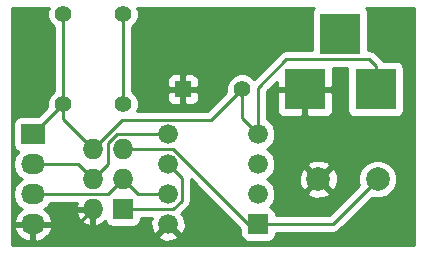
<source format=gbl>
G04 #@! TF.FileFunction,Copper,L2,Bot,Signal*
%FSLAX46Y46*%
G04 Gerber Fmt 4.6, Leading zero omitted, Abs format (unit mm)*
G04 Created by KiCad (PCBNEW 4.0.1-stable) date Fri 05 Feb 2016 01:07:36 AM PST*
%MOMM*%
G01*
G04 APERTURE LIST*
%ADD10C,0.100000*%
%ADD11R,1.400000X1.400000*%
%ADD12C,1.400000*%
%ADD13R,1.676400X1.676400*%
%ADD14C,1.676400*%
%ADD15R,2.032000X1.727200*%
%ADD16O,2.032000X1.727200*%
%ADD17R,1.727200X1.727200*%
%ADD18O,1.727200X1.727200*%
%ADD19C,1.998980*%
%ADD20C,1.397000*%
%ADD21R,3.500120X3.500120*%
%ADD22C,0.250000*%
%ADD23C,0.254000*%
G04 APERTURE END LIST*
D10*
D11*
X151130000Y-100330000D03*
D12*
X156130000Y-100330000D03*
D13*
X157480000Y-111760000D03*
D14*
X157480000Y-109220000D03*
X157480000Y-106680000D03*
X157480000Y-104140000D03*
X149860000Y-104140000D03*
X149860000Y-106680000D03*
X149860000Y-109220000D03*
X149860000Y-111760000D03*
D15*
X138430000Y-104140000D03*
D16*
X138430000Y-106680000D03*
X138430000Y-109220000D03*
X138430000Y-111760000D03*
D17*
X146050000Y-110490000D03*
D18*
X143510000Y-110490000D03*
X146050000Y-107950000D03*
X143510000Y-107950000D03*
X146050000Y-105410000D03*
X143510000Y-105410000D03*
D19*
X162600640Y-107950000D03*
X167601900Y-107950000D03*
D20*
X146050000Y-101600000D03*
X140970000Y-101600000D03*
X146050000Y-93980000D03*
X140970000Y-93980000D03*
D21*
X161439860Y-100330000D03*
X167439340Y-100330000D03*
X164439600Y-95631000D03*
D22*
X138430000Y-111760000D02*
X142240000Y-111760000D01*
X142240000Y-111760000D02*
X143510000Y-110490000D01*
X157480000Y-104140000D02*
X157480000Y-100204738D01*
X157480000Y-100204738D02*
X159894738Y-97790000D01*
X159894738Y-97790000D02*
X166899400Y-97790000D01*
X166899400Y-97790000D02*
X167439340Y-98329940D01*
X167439340Y-98329940D02*
X167439340Y-100330000D01*
X156130000Y-100330000D02*
X156130000Y-102790000D01*
X156130000Y-102790000D02*
X157480000Y-104140000D01*
X143510000Y-105410000D02*
X145943201Y-102976799D01*
X145943201Y-102976799D02*
X153483201Y-102976799D01*
X153483201Y-102976799D02*
X155430001Y-101029999D01*
X155430001Y-101029999D02*
X156130000Y-100330000D01*
X140970000Y-101600000D02*
X140970000Y-102870000D01*
X140970000Y-102870000D02*
X143510000Y-105410000D01*
X140970000Y-101600000D02*
X140970000Y-93980000D01*
X138430000Y-104140000D02*
X140970000Y-101600000D01*
X167601900Y-107950000D02*
X163791900Y-111760000D01*
X163791900Y-111760000D02*
X157480000Y-111760000D01*
X146050000Y-93980000D02*
X146050000Y-101600000D01*
X146050000Y-105410000D02*
X150311538Y-105410000D01*
X156661538Y-111760000D02*
X157480000Y-111760000D01*
X150311538Y-105410000D02*
X156661538Y-111760000D01*
X143510000Y-107950000D02*
X144780000Y-106680000D01*
X144780000Y-106680000D02*
X144780000Y-104920870D01*
X145560870Y-104140000D02*
X148674607Y-104140000D01*
X144780000Y-104920870D02*
X145560870Y-104140000D01*
X148674607Y-104140000D02*
X149860000Y-104140000D01*
X138430000Y-106680000D02*
X142240000Y-106680000D01*
X142240000Y-106680000D02*
X143510000Y-107950000D01*
X146050000Y-110490000D02*
X150311538Y-110490000D01*
X150311538Y-110490000D02*
X151023201Y-109778337D01*
X151023201Y-109778337D02*
X151023201Y-107843201D01*
X151023201Y-107843201D02*
X150698199Y-107518199D01*
X150698199Y-107518199D02*
X149860000Y-106680000D01*
X149860000Y-109220000D02*
X147320000Y-109220000D01*
X147320000Y-109220000D02*
X146050000Y-107950000D01*
X138430000Y-109220000D02*
X144780000Y-109220000D01*
X144780000Y-109220000D02*
X146050000Y-107950000D01*
D23*
G36*
X139636732Y-93713587D02*
X139636269Y-94244086D01*
X139838854Y-94734380D01*
X140210000Y-95106174D01*
X140210000Y-100474464D01*
X139840173Y-100843647D01*
X139636732Y-101333587D01*
X139636274Y-101858924D01*
X138866238Y-102628960D01*
X137414000Y-102628960D01*
X137178683Y-102673238D01*
X136962559Y-102812310D01*
X136817569Y-103024510D01*
X136766560Y-103276400D01*
X136766560Y-105003600D01*
X136810838Y-105238917D01*
X136949910Y-105455041D01*
X137162110Y-105600031D01*
X137203439Y-105608400D01*
X137185585Y-105620330D01*
X136860729Y-106106511D01*
X136746655Y-106680000D01*
X136860729Y-107253489D01*
X137185585Y-107739670D01*
X137500366Y-107950000D01*
X137185585Y-108160330D01*
X136860729Y-108646511D01*
X136746655Y-109220000D01*
X136860729Y-109793489D01*
X137185585Y-110279670D01*
X137495069Y-110486461D01*
X137079268Y-110857964D01*
X136825291Y-111385209D01*
X136822642Y-111400974D01*
X136943783Y-111633000D01*
X138303000Y-111633000D01*
X138303000Y-111613000D01*
X138557000Y-111613000D01*
X138557000Y-111633000D01*
X139916217Y-111633000D01*
X140037358Y-111400974D01*
X140034709Y-111385209D01*
X139780732Y-110857964D01*
X139770729Y-110849026D01*
X142055042Y-110849026D01*
X142227312Y-111264947D01*
X142621510Y-111696821D01*
X143150973Y-111944968D01*
X143383000Y-111824469D01*
X143383000Y-110617000D01*
X142176183Y-110617000D01*
X142055042Y-110849026D01*
X139770729Y-110849026D01*
X139364931Y-110486461D01*
X139674415Y-110279670D01*
X139874648Y-109980000D01*
X142117574Y-109980000D01*
X142055042Y-110130974D01*
X142176183Y-110363000D01*
X143383000Y-110363000D01*
X143383000Y-110343000D01*
X143637000Y-110343000D01*
X143637000Y-110363000D01*
X143657000Y-110363000D01*
X143657000Y-110617000D01*
X143637000Y-110617000D01*
X143637000Y-111824469D01*
X143869027Y-111944968D01*
X144398490Y-111696821D01*
X144568495Y-111510567D01*
X144583238Y-111588917D01*
X144722310Y-111805041D01*
X144934510Y-111950031D01*
X145186400Y-112001040D01*
X146913600Y-112001040D01*
X147148917Y-111956762D01*
X147365041Y-111817690D01*
X147510031Y-111605490D01*
X147561040Y-111353600D01*
X147561040Y-111250000D01*
X148477864Y-111250000D01*
X148375023Y-111534097D01*
X148401611Y-112119569D01*
X148574510Y-112536983D01*
X148824587Y-112615808D01*
X149680395Y-111760000D01*
X149666253Y-111745858D01*
X149845858Y-111566253D01*
X149860000Y-111580395D01*
X149874143Y-111566253D01*
X150053748Y-111745858D01*
X150039605Y-111760000D01*
X150895413Y-112615808D01*
X151145490Y-112536983D01*
X151344977Y-111985903D01*
X151318389Y-111400431D01*
X151145490Y-110983017D01*
X150953758Y-110922582D01*
X151560602Y-110315738D01*
X151725349Y-110069177D01*
X151754595Y-109922148D01*
X151783201Y-109778337D01*
X151783201Y-107956465D01*
X155994360Y-112167624D01*
X155994360Y-112598200D01*
X156038638Y-112833517D01*
X156177710Y-113049641D01*
X156389910Y-113194631D01*
X156641800Y-113245640D01*
X158318200Y-113245640D01*
X158553517Y-113201362D01*
X158769641Y-113062290D01*
X158914631Y-112850090D01*
X158965640Y-112598200D01*
X158965640Y-112520000D01*
X163791900Y-112520000D01*
X164082739Y-112462148D01*
X164329301Y-112297401D01*
X167110817Y-109515885D01*
X167275353Y-109584206D01*
X167925594Y-109584774D01*
X168526555Y-109336462D01*
X168986746Y-108877073D01*
X169236106Y-108276547D01*
X169236674Y-107626306D01*
X168988362Y-107025345D01*
X168528973Y-106565154D01*
X167928447Y-106315794D01*
X167278206Y-106315226D01*
X166677245Y-106563538D01*
X166217054Y-107022927D01*
X165967694Y-107623453D01*
X165967126Y-108273694D01*
X166036209Y-108440889D01*
X163477098Y-111000000D01*
X158965640Y-111000000D01*
X158965640Y-110921800D01*
X158921362Y-110686483D01*
X158782290Y-110470359D01*
X158570090Y-110325369D01*
X158476855Y-110306488D01*
X158728190Y-110055591D01*
X158952944Y-109514323D01*
X158953303Y-109102163D01*
X161628083Y-109102163D01*
X161726682Y-109368965D01*
X162336222Y-109595401D01*
X162986017Y-109571341D01*
X163474598Y-109368965D01*
X163573197Y-109102163D01*
X162600640Y-108129605D01*
X161628083Y-109102163D01*
X158953303Y-109102163D01*
X158953455Y-108928248D01*
X158729647Y-108386589D01*
X158315591Y-107971810D01*
X158263608Y-107950225D01*
X158313411Y-107929647D01*
X158557902Y-107685582D01*
X160955239Y-107685582D01*
X160979299Y-108335377D01*
X161181675Y-108823958D01*
X161448477Y-108922557D01*
X162421035Y-107950000D01*
X162780245Y-107950000D01*
X163752803Y-108922557D01*
X164019605Y-108823958D01*
X164246041Y-108214418D01*
X164221981Y-107564623D01*
X164019605Y-107076042D01*
X163752803Y-106977443D01*
X162780245Y-107950000D01*
X162421035Y-107950000D01*
X161448477Y-106977443D01*
X161181675Y-107076042D01*
X160955239Y-107685582D01*
X158557902Y-107685582D01*
X158728190Y-107515591D01*
X158952944Y-106974323D01*
X158953097Y-106797837D01*
X161628083Y-106797837D01*
X162600640Y-107770395D01*
X163573197Y-106797837D01*
X163474598Y-106531035D01*
X162865058Y-106304599D01*
X162215263Y-106328659D01*
X161726682Y-106531035D01*
X161628083Y-106797837D01*
X158953097Y-106797837D01*
X158953455Y-106388248D01*
X158729647Y-105846589D01*
X158315591Y-105431810D01*
X158263608Y-105410225D01*
X158313411Y-105389647D01*
X158728190Y-104975591D01*
X158952944Y-104434323D01*
X158953455Y-103848248D01*
X158729647Y-103306589D01*
X158315591Y-102891810D01*
X158240000Y-102860422D01*
X158240000Y-100615750D01*
X159054800Y-100615750D01*
X159054800Y-102206370D01*
X159151473Y-102439759D01*
X159330102Y-102618387D01*
X159563491Y-102715060D01*
X161154110Y-102715060D01*
X161312860Y-102556310D01*
X161312860Y-100457000D01*
X161566860Y-100457000D01*
X161566860Y-102556310D01*
X161725610Y-102715060D01*
X163316229Y-102715060D01*
X163549618Y-102618387D01*
X163728247Y-102439759D01*
X163824920Y-102206370D01*
X163824920Y-100615750D01*
X163666170Y-100457000D01*
X161566860Y-100457000D01*
X161312860Y-100457000D01*
X159213550Y-100457000D01*
X159054800Y-100615750D01*
X158240000Y-100615750D01*
X158240000Y-100519540D01*
X159054800Y-99704740D01*
X159054800Y-100044250D01*
X159213550Y-100203000D01*
X161312860Y-100203000D01*
X161312860Y-100183000D01*
X161566860Y-100183000D01*
X161566860Y-100203000D01*
X163666170Y-100203000D01*
X163824920Y-100044250D01*
X163824920Y-98550000D01*
X165047903Y-98550000D01*
X165041840Y-98579940D01*
X165041840Y-102080060D01*
X165086118Y-102315377D01*
X165225190Y-102531501D01*
X165437390Y-102676491D01*
X165689280Y-102727500D01*
X169189400Y-102727500D01*
X169424717Y-102683222D01*
X169640841Y-102544150D01*
X169785831Y-102331950D01*
X169836840Y-102080060D01*
X169836840Y-98579940D01*
X169792562Y-98344623D01*
X169653490Y-98128499D01*
X169441290Y-97983509D01*
X169189400Y-97932500D01*
X168070260Y-97932500D01*
X167976741Y-97792539D01*
X167436801Y-97252599D01*
X167190239Y-97087852D01*
X166899400Y-97030000D01*
X166837100Y-97030000D01*
X166837100Y-93880940D01*
X166792822Y-93645623D01*
X166663725Y-93445000D01*
X170715000Y-93445000D01*
X170715000Y-113565000D01*
X136625000Y-113565000D01*
X136625000Y-112119026D01*
X136822642Y-112119026D01*
X136825291Y-112134791D01*
X137079268Y-112662036D01*
X137515680Y-113051954D01*
X138068087Y-113245184D01*
X138303000Y-113100924D01*
X138303000Y-111887000D01*
X138557000Y-111887000D01*
X138557000Y-113100924D01*
X138791913Y-113245184D01*
X139344320Y-113051954D01*
X139631451Y-112795413D01*
X149004192Y-112795413D01*
X149083017Y-113045490D01*
X149634097Y-113244977D01*
X150219569Y-113218389D01*
X150636983Y-113045490D01*
X150715808Y-112795413D01*
X149860000Y-111939605D01*
X149004192Y-112795413D01*
X139631451Y-112795413D01*
X139780732Y-112662036D01*
X140034709Y-112134791D01*
X140037358Y-112119026D01*
X139916217Y-111887000D01*
X138557000Y-111887000D01*
X138303000Y-111887000D01*
X136943783Y-111887000D01*
X136822642Y-112119026D01*
X136625000Y-112119026D01*
X136625000Y-93445000D01*
X139748259Y-93445000D01*
X139636732Y-93713587D01*
X139636732Y-93713587D01*
G37*
X139636732Y-93713587D02*
X139636269Y-94244086D01*
X139838854Y-94734380D01*
X140210000Y-95106174D01*
X140210000Y-100474464D01*
X139840173Y-100843647D01*
X139636732Y-101333587D01*
X139636274Y-101858924D01*
X138866238Y-102628960D01*
X137414000Y-102628960D01*
X137178683Y-102673238D01*
X136962559Y-102812310D01*
X136817569Y-103024510D01*
X136766560Y-103276400D01*
X136766560Y-105003600D01*
X136810838Y-105238917D01*
X136949910Y-105455041D01*
X137162110Y-105600031D01*
X137203439Y-105608400D01*
X137185585Y-105620330D01*
X136860729Y-106106511D01*
X136746655Y-106680000D01*
X136860729Y-107253489D01*
X137185585Y-107739670D01*
X137500366Y-107950000D01*
X137185585Y-108160330D01*
X136860729Y-108646511D01*
X136746655Y-109220000D01*
X136860729Y-109793489D01*
X137185585Y-110279670D01*
X137495069Y-110486461D01*
X137079268Y-110857964D01*
X136825291Y-111385209D01*
X136822642Y-111400974D01*
X136943783Y-111633000D01*
X138303000Y-111633000D01*
X138303000Y-111613000D01*
X138557000Y-111613000D01*
X138557000Y-111633000D01*
X139916217Y-111633000D01*
X140037358Y-111400974D01*
X140034709Y-111385209D01*
X139780732Y-110857964D01*
X139770729Y-110849026D01*
X142055042Y-110849026D01*
X142227312Y-111264947D01*
X142621510Y-111696821D01*
X143150973Y-111944968D01*
X143383000Y-111824469D01*
X143383000Y-110617000D01*
X142176183Y-110617000D01*
X142055042Y-110849026D01*
X139770729Y-110849026D01*
X139364931Y-110486461D01*
X139674415Y-110279670D01*
X139874648Y-109980000D01*
X142117574Y-109980000D01*
X142055042Y-110130974D01*
X142176183Y-110363000D01*
X143383000Y-110363000D01*
X143383000Y-110343000D01*
X143637000Y-110343000D01*
X143637000Y-110363000D01*
X143657000Y-110363000D01*
X143657000Y-110617000D01*
X143637000Y-110617000D01*
X143637000Y-111824469D01*
X143869027Y-111944968D01*
X144398490Y-111696821D01*
X144568495Y-111510567D01*
X144583238Y-111588917D01*
X144722310Y-111805041D01*
X144934510Y-111950031D01*
X145186400Y-112001040D01*
X146913600Y-112001040D01*
X147148917Y-111956762D01*
X147365041Y-111817690D01*
X147510031Y-111605490D01*
X147561040Y-111353600D01*
X147561040Y-111250000D01*
X148477864Y-111250000D01*
X148375023Y-111534097D01*
X148401611Y-112119569D01*
X148574510Y-112536983D01*
X148824587Y-112615808D01*
X149680395Y-111760000D01*
X149666253Y-111745858D01*
X149845858Y-111566253D01*
X149860000Y-111580395D01*
X149874143Y-111566253D01*
X150053748Y-111745858D01*
X150039605Y-111760000D01*
X150895413Y-112615808D01*
X151145490Y-112536983D01*
X151344977Y-111985903D01*
X151318389Y-111400431D01*
X151145490Y-110983017D01*
X150953758Y-110922582D01*
X151560602Y-110315738D01*
X151725349Y-110069177D01*
X151754595Y-109922148D01*
X151783201Y-109778337D01*
X151783201Y-107956465D01*
X155994360Y-112167624D01*
X155994360Y-112598200D01*
X156038638Y-112833517D01*
X156177710Y-113049641D01*
X156389910Y-113194631D01*
X156641800Y-113245640D01*
X158318200Y-113245640D01*
X158553517Y-113201362D01*
X158769641Y-113062290D01*
X158914631Y-112850090D01*
X158965640Y-112598200D01*
X158965640Y-112520000D01*
X163791900Y-112520000D01*
X164082739Y-112462148D01*
X164329301Y-112297401D01*
X167110817Y-109515885D01*
X167275353Y-109584206D01*
X167925594Y-109584774D01*
X168526555Y-109336462D01*
X168986746Y-108877073D01*
X169236106Y-108276547D01*
X169236674Y-107626306D01*
X168988362Y-107025345D01*
X168528973Y-106565154D01*
X167928447Y-106315794D01*
X167278206Y-106315226D01*
X166677245Y-106563538D01*
X166217054Y-107022927D01*
X165967694Y-107623453D01*
X165967126Y-108273694D01*
X166036209Y-108440889D01*
X163477098Y-111000000D01*
X158965640Y-111000000D01*
X158965640Y-110921800D01*
X158921362Y-110686483D01*
X158782290Y-110470359D01*
X158570090Y-110325369D01*
X158476855Y-110306488D01*
X158728190Y-110055591D01*
X158952944Y-109514323D01*
X158953303Y-109102163D01*
X161628083Y-109102163D01*
X161726682Y-109368965D01*
X162336222Y-109595401D01*
X162986017Y-109571341D01*
X163474598Y-109368965D01*
X163573197Y-109102163D01*
X162600640Y-108129605D01*
X161628083Y-109102163D01*
X158953303Y-109102163D01*
X158953455Y-108928248D01*
X158729647Y-108386589D01*
X158315591Y-107971810D01*
X158263608Y-107950225D01*
X158313411Y-107929647D01*
X158557902Y-107685582D01*
X160955239Y-107685582D01*
X160979299Y-108335377D01*
X161181675Y-108823958D01*
X161448477Y-108922557D01*
X162421035Y-107950000D01*
X162780245Y-107950000D01*
X163752803Y-108922557D01*
X164019605Y-108823958D01*
X164246041Y-108214418D01*
X164221981Y-107564623D01*
X164019605Y-107076042D01*
X163752803Y-106977443D01*
X162780245Y-107950000D01*
X162421035Y-107950000D01*
X161448477Y-106977443D01*
X161181675Y-107076042D01*
X160955239Y-107685582D01*
X158557902Y-107685582D01*
X158728190Y-107515591D01*
X158952944Y-106974323D01*
X158953097Y-106797837D01*
X161628083Y-106797837D01*
X162600640Y-107770395D01*
X163573197Y-106797837D01*
X163474598Y-106531035D01*
X162865058Y-106304599D01*
X162215263Y-106328659D01*
X161726682Y-106531035D01*
X161628083Y-106797837D01*
X158953097Y-106797837D01*
X158953455Y-106388248D01*
X158729647Y-105846589D01*
X158315591Y-105431810D01*
X158263608Y-105410225D01*
X158313411Y-105389647D01*
X158728190Y-104975591D01*
X158952944Y-104434323D01*
X158953455Y-103848248D01*
X158729647Y-103306589D01*
X158315591Y-102891810D01*
X158240000Y-102860422D01*
X158240000Y-100615750D01*
X159054800Y-100615750D01*
X159054800Y-102206370D01*
X159151473Y-102439759D01*
X159330102Y-102618387D01*
X159563491Y-102715060D01*
X161154110Y-102715060D01*
X161312860Y-102556310D01*
X161312860Y-100457000D01*
X161566860Y-100457000D01*
X161566860Y-102556310D01*
X161725610Y-102715060D01*
X163316229Y-102715060D01*
X163549618Y-102618387D01*
X163728247Y-102439759D01*
X163824920Y-102206370D01*
X163824920Y-100615750D01*
X163666170Y-100457000D01*
X161566860Y-100457000D01*
X161312860Y-100457000D01*
X159213550Y-100457000D01*
X159054800Y-100615750D01*
X158240000Y-100615750D01*
X158240000Y-100519540D01*
X159054800Y-99704740D01*
X159054800Y-100044250D01*
X159213550Y-100203000D01*
X161312860Y-100203000D01*
X161312860Y-100183000D01*
X161566860Y-100183000D01*
X161566860Y-100203000D01*
X163666170Y-100203000D01*
X163824920Y-100044250D01*
X163824920Y-98550000D01*
X165047903Y-98550000D01*
X165041840Y-98579940D01*
X165041840Y-102080060D01*
X165086118Y-102315377D01*
X165225190Y-102531501D01*
X165437390Y-102676491D01*
X165689280Y-102727500D01*
X169189400Y-102727500D01*
X169424717Y-102683222D01*
X169640841Y-102544150D01*
X169785831Y-102331950D01*
X169836840Y-102080060D01*
X169836840Y-98579940D01*
X169792562Y-98344623D01*
X169653490Y-98128499D01*
X169441290Y-97983509D01*
X169189400Y-97932500D01*
X168070260Y-97932500D01*
X167976741Y-97792539D01*
X167436801Y-97252599D01*
X167190239Y-97087852D01*
X166899400Y-97030000D01*
X166837100Y-97030000D01*
X166837100Y-93880940D01*
X166792822Y-93645623D01*
X166663725Y-93445000D01*
X170715000Y-93445000D01*
X170715000Y-113565000D01*
X136625000Y-113565000D01*
X136625000Y-112119026D01*
X136822642Y-112119026D01*
X136825291Y-112134791D01*
X137079268Y-112662036D01*
X137515680Y-113051954D01*
X138068087Y-113245184D01*
X138303000Y-113100924D01*
X138303000Y-111887000D01*
X138557000Y-111887000D01*
X138557000Y-113100924D01*
X138791913Y-113245184D01*
X139344320Y-113051954D01*
X139631451Y-112795413D01*
X149004192Y-112795413D01*
X149083017Y-113045490D01*
X149634097Y-113244977D01*
X150219569Y-113218389D01*
X150636983Y-113045490D01*
X150715808Y-112795413D01*
X149860000Y-111939605D01*
X149004192Y-112795413D01*
X139631451Y-112795413D01*
X139780732Y-112662036D01*
X140034709Y-112134791D01*
X140037358Y-112119026D01*
X139916217Y-111887000D01*
X138557000Y-111887000D01*
X138303000Y-111887000D01*
X136943783Y-111887000D01*
X136822642Y-112119026D01*
X136625000Y-112119026D01*
X136625000Y-93445000D01*
X139748259Y-93445000D01*
X139636732Y-93713587D01*
G36*
X162093109Y-93629050D02*
X162042100Y-93880940D01*
X162042100Y-97030000D01*
X159894738Y-97030000D01*
X159603898Y-97087852D01*
X159357337Y-97252599D01*
X157148891Y-99461045D01*
X156887204Y-99198902D01*
X156396713Y-98995232D01*
X155865617Y-98994769D01*
X155374771Y-99197582D01*
X154998902Y-99572796D01*
X154795232Y-100063287D01*
X154794772Y-100590426D01*
X153168399Y-102216799D01*
X147237775Y-102216799D01*
X147383268Y-101866413D01*
X147383731Y-101335914D01*
X147181146Y-100845620D01*
X146951677Y-100615750D01*
X149795000Y-100615750D01*
X149795000Y-101156310D01*
X149891673Y-101389699D01*
X150070302Y-101568327D01*
X150303691Y-101665000D01*
X150844250Y-101665000D01*
X151003000Y-101506250D01*
X151003000Y-100457000D01*
X151257000Y-100457000D01*
X151257000Y-101506250D01*
X151415750Y-101665000D01*
X151956309Y-101665000D01*
X152189698Y-101568327D01*
X152368327Y-101389699D01*
X152465000Y-101156310D01*
X152465000Y-100615750D01*
X152306250Y-100457000D01*
X151257000Y-100457000D01*
X151003000Y-100457000D01*
X149953750Y-100457000D01*
X149795000Y-100615750D01*
X146951677Y-100615750D01*
X146810000Y-100473826D01*
X146810000Y-99503690D01*
X149795000Y-99503690D01*
X149795000Y-100044250D01*
X149953750Y-100203000D01*
X151003000Y-100203000D01*
X151003000Y-99153750D01*
X151257000Y-99153750D01*
X151257000Y-100203000D01*
X152306250Y-100203000D01*
X152465000Y-100044250D01*
X152465000Y-99503690D01*
X152368327Y-99270301D01*
X152189698Y-99091673D01*
X151956309Y-98995000D01*
X151415750Y-98995000D01*
X151257000Y-99153750D01*
X151003000Y-99153750D01*
X150844250Y-98995000D01*
X150303691Y-98995000D01*
X150070302Y-99091673D01*
X149891673Y-99270301D01*
X149795000Y-99503690D01*
X146810000Y-99503690D01*
X146810000Y-95105536D01*
X147179827Y-94736353D01*
X147383268Y-94246413D01*
X147383731Y-93715914D01*
X147271792Y-93445000D01*
X162218865Y-93445000D01*
X162093109Y-93629050D01*
X162093109Y-93629050D01*
G37*
X162093109Y-93629050D02*
X162042100Y-93880940D01*
X162042100Y-97030000D01*
X159894738Y-97030000D01*
X159603898Y-97087852D01*
X159357337Y-97252599D01*
X157148891Y-99461045D01*
X156887204Y-99198902D01*
X156396713Y-98995232D01*
X155865617Y-98994769D01*
X155374771Y-99197582D01*
X154998902Y-99572796D01*
X154795232Y-100063287D01*
X154794772Y-100590426D01*
X153168399Y-102216799D01*
X147237775Y-102216799D01*
X147383268Y-101866413D01*
X147383731Y-101335914D01*
X147181146Y-100845620D01*
X146951677Y-100615750D01*
X149795000Y-100615750D01*
X149795000Y-101156310D01*
X149891673Y-101389699D01*
X150070302Y-101568327D01*
X150303691Y-101665000D01*
X150844250Y-101665000D01*
X151003000Y-101506250D01*
X151003000Y-100457000D01*
X151257000Y-100457000D01*
X151257000Y-101506250D01*
X151415750Y-101665000D01*
X151956309Y-101665000D01*
X152189698Y-101568327D01*
X152368327Y-101389699D01*
X152465000Y-101156310D01*
X152465000Y-100615750D01*
X152306250Y-100457000D01*
X151257000Y-100457000D01*
X151003000Y-100457000D01*
X149953750Y-100457000D01*
X149795000Y-100615750D01*
X146951677Y-100615750D01*
X146810000Y-100473826D01*
X146810000Y-99503690D01*
X149795000Y-99503690D01*
X149795000Y-100044250D01*
X149953750Y-100203000D01*
X151003000Y-100203000D01*
X151003000Y-99153750D01*
X151257000Y-99153750D01*
X151257000Y-100203000D01*
X152306250Y-100203000D01*
X152465000Y-100044250D01*
X152465000Y-99503690D01*
X152368327Y-99270301D01*
X152189698Y-99091673D01*
X151956309Y-98995000D01*
X151415750Y-98995000D01*
X151257000Y-99153750D01*
X151003000Y-99153750D01*
X150844250Y-98995000D01*
X150303691Y-98995000D01*
X150070302Y-99091673D01*
X149891673Y-99270301D01*
X149795000Y-99503690D01*
X146810000Y-99503690D01*
X146810000Y-95105536D01*
X147179827Y-94736353D01*
X147383268Y-94246413D01*
X147383731Y-93715914D01*
X147271792Y-93445000D01*
X162218865Y-93445000D01*
X162093109Y-93629050D01*
M02*

</source>
